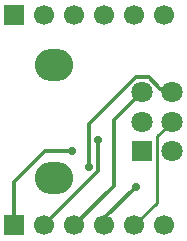
<source format=gbr>
%TF.GenerationSoftware,KiCad,Pcbnew,9.0.6*%
%TF.CreationDate,2025-12-17T11:34:44-05:00*%
%TF.ProjectId,lichen-breadboard-alpha-pot-dual-adaptor,6c696368-656e-42d6-9272-656164626f61,rev?*%
%TF.SameCoordinates,Original*%
%TF.FileFunction,Copper,L1,Top*%
%TF.FilePolarity,Positive*%
%FSLAX46Y46*%
G04 Gerber Fmt 4.6, Leading zero omitted, Abs format (unit mm)*
G04 Created by KiCad (PCBNEW 9.0.6) date 2025-12-17 11:34:44*
%MOMM*%
%LPD*%
G01*
G04 APERTURE LIST*
%TA.AperFunction,ComponentPad*%
%ADD10O,3.240000X2.720000*%
%TD*%
%TA.AperFunction,ComponentPad*%
%ADD11R,1.800000X1.800000*%
%TD*%
%TA.AperFunction,ComponentPad*%
%ADD12C,1.800000*%
%TD*%
%TA.AperFunction,ComponentPad*%
%ADD13R,1.700000X1.700000*%
%TD*%
%TA.AperFunction,ComponentPad*%
%ADD14C,1.700000*%
%TD*%
%TA.AperFunction,ViaPad*%
%ADD15C,0.700000*%
%TD*%
%TA.AperFunction,Conductor*%
%ADD16C,0.250000*%
%TD*%
%TA.AperFunction,Conductor*%
%ADD17C,0.300000*%
%TD*%
G04 APERTURE END LIST*
D10*
%TO.P,RV2,*%
%TO.N,*%
X105460000Y-115860000D03*
X105460000Y-106360000D03*
D11*
%TO.P,RV2,1,1*%
%TO.N,Net-(J4-Pin_1)*%
X112960000Y-113610000D03*
D12*
%TO.P,RV2,2,2*%
%TO.N,Net-(J4-Pin_2)*%
X112960000Y-111110000D03*
%TO.P,RV2,3,3*%
%TO.N,Net-(J4-Pin_3)*%
X112960000Y-108610000D03*
%TO.P,RV2,4,4*%
%TO.N,Net-(J4-Pin_4)*%
X115460000Y-113610000D03*
%TO.P,RV2,5,5*%
%TO.N,Net-(J4-Pin_5)*%
X115460000Y-111110000D03*
%TO.P,RV2,6,6*%
%TO.N,Net-(J4-Pin_6)*%
X115460000Y-108610000D03*
%TD*%
D13*
%TO.P,J4,1,Pin_1*%
%TO.N,Net-(J4-Pin_1)*%
X102130000Y-119890000D03*
D14*
%TO.P,J4,2,Pin_2*%
%TO.N,Net-(J4-Pin_2)*%
X104670000Y-119890000D03*
%TO.P,J4,3,Pin_3*%
%TO.N,Net-(J4-Pin_3)*%
X107210000Y-119890000D03*
%TO.P,J4,4,Pin_4*%
%TO.N,Net-(J4-Pin_4)*%
X109750000Y-119890000D03*
%TO.P,J4,5,Pin_5*%
%TO.N,Net-(J4-Pin_5)*%
X112290000Y-119890000D03*
%TO.P,J4,6,Pin_6*%
%TO.N,Net-(J4-Pin_6)*%
X114830000Y-119890000D03*
%TD*%
D13*
%TO.P,J1,1,Pin_1*%
%TO.N,unconnected-(J1-Pin_1-Pad1)*%
X102130000Y-102110000D03*
D14*
%TO.P,J1,2,Pin_2*%
%TO.N,unconnected-(J1-Pin_2-Pad2)*%
X104670000Y-102110000D03*
%TO.P,J1,3,Pin_3*%
%TO.N,unconnected-(J1-Pin_3-Pad3)*%
X107210000Y-102110000D03*
%TO.P,J1,4,Pin_4*%
%TO.N,unconnected-(J1-Pin_4-Pad4)*%
X109750000Y-102110000D03*
%TO.P,J1,5,Pin_5*%
%TO.N,unconnected-(J1-Pin_5-Pad5)*%
X112290000Y-102110000D03*
%TO.P,J1,6,Pin_6*%
%TO.N,unconnected-(J1-Pin_6-Pad6)*%
X114830000Y-102110000D03*
%TD*%
D15*
%TO.N,Net-(J4-Pin_2)*%
X109220000Y-112700000D03*
%TO.N,Net-(J4-Pin_1)*%
X107000000Y-113610000D03*
%TO.N,Net-(J4-Pin_6)*%
X108480000Y-114930000D03*
%TO.N,Net-(J4-Pin_4)*%
X112430000Y-116640000D03*
%TD*%
D16*
%TO.N,Net-(J4-Pin_5)*%
X115460000Y-111110000D02*
X114200000Y-112370000D01*
X114200000Y-112370000D02*
X114200000Y-117980000D01*
X114200000Y-117980000D02*
X112290000Y-119890000D01*
D17*
%TO.N,Net-(J4-Pin_6)*%
X108480000Y-114930000D02*
X108480000Y-111320818D01*
X108480000Y-111320818D02*
X112441818Y-107359000D01*
X114469182Y-108350000D02*
X115200000Y-108350000D01*
X112441818Y-107359000D02*
X113478182Y-107359000D01*
X113478182Y-107359000D02*
X114469182Y-108350000D01*
X115200000Y-108350000D02*
X115460000Y-108610000D01*
%TO.N,Net-(J4-Pin_1)*%
X102130000Y-116230000D02*
X102130000Y-119890000D01*
X107000000Y-113610000D02*
X104750000Y-113610000D01*
X104750000Y-113610000D02*
X102130000Y-116230000D01*
%TO.N,Net-(J4-Pin_3)*%
X110550000Y-111020000D02*
X110550000Y-116550000D01*
X112960000Y-108610000D02*
X110550000Y-111020000D01*
X110550000Y-116550000D02*
X107210000Y-119890000D01*
%TO.N,Net-(J4-Pin_4)*%
X112430000Y-116640000D02*
X109750000Y-119320000D01*
%TO.N,Net-(J4-Pin_2)*%
X109220000Y-112700000D02*
X109220000Y-115340000D01*
X109220000Y-115340000D02*
X104670000Y-119890000D01*
%TD*%
M02*

</source>
